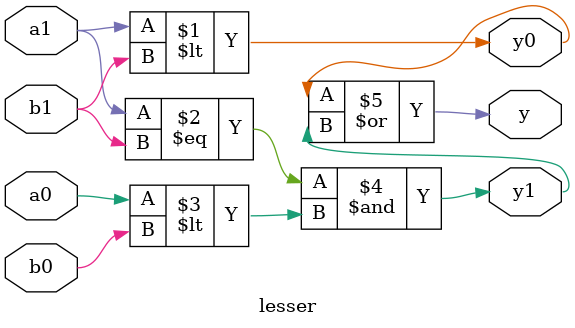
<source format=v>
module lesser(

input a0,a1,b0,b1,
output y0,y1,y

);

assign y0 = a1<b1;
assign y1 = (a1==b1) &(a0<b0);
assign y = y0|y1;


endmodule

</source>
